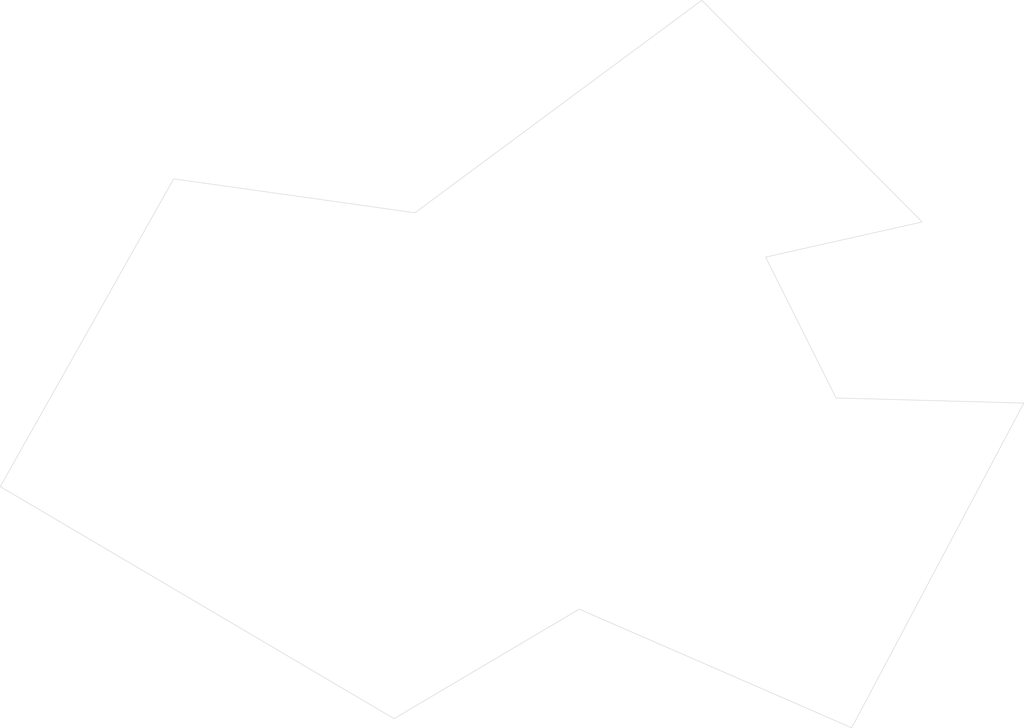
<source format=kicad_pcb>
(kicad_pcb
	(version 20241229)
	(generator "pcbnew")
	(generator_version "9.0")
	(general
		(thickness 1.6)
		(legacy_teardrops no)
	)
	(paper "A4")
	(layers
		(0 "F.Cu" signal)
		(2 "B.Cu" signal)
		(9 "F.Adhes" user "F.Adhesive")
		(11 "B.Adhes" user "B.Adhesive")
		(13 "F.Paste" user)
		(15 "B.Paste" user)
		(5 "F.SilkS" user "F.Silkscreen")
		(7 "B.SilkS" user "B.Silkscreen")
		(1 "F.Mask" user)
		(3 "B.Mask" user)
		(17 "Dwgs.User" user "User.Drawings")
		(19 "Cmts.User" user "User.Comments")
		(21 "Eco1.User" user "User.Eco1")
		(23 "Eco2.User" user "User.Eco2")
		(25 "Edge.Cuts" user)
		(27 "Margin" user)
		(31 "F.CrtYd" user "F.Courtyard")
		(29 "B.CrtYd" user "B.Courtyard")
		(35 "F.Fab" user)
		(33 "B.Fab" user)
		(39 "User.1" user)
		(41 "User.2" user)
		(43 "User.3" user)
		(45 "User.4" user)
		(47 "User.5" user)
		(49 "User.6" user)
		(51 "User.7" user)
		(53 "User.8" user)
		(55 "User.9" user)
	)
	(setup
		(pad_to_mask_clearance 0)
		(allow_soldermask_bridges_in_footprints no)
		(tenting front back)
		(pcbplotparams
			(layerselection 0x00000000_00000000_55555555_5755f5ff)
			(plot_on_all_layers_selection 0x00000000_00000000_00000000_00000000)
			(disableapertmacros no)
			(usegerberextensions no)
			(usegerberattributes yes)
			(usegerberadvancedattributes yes)
			(creategerberjobfile yes)
			(dashed_line_dash_ratio 12.000000)
			(dashed_line_gap_ratio 3.000000)
			(svgprecision 4)
			(plotframeref no)
			(mode 1)
			(useauxorigin no)
			(hpglpennumber 1)
			(hpglpenspeed 20)
			(hpglpendiameter 15.000000)
			(pdf_front_fp_property_popups yes)
			(pdf_back_fp_property_popups yes)
			(pdf_metadata yes)
			(pdf_single_document no)
			(dxfpolygonmode yes)
			(dxfimperialunits yes)
			(dxfusepcbnewfont yes)
			(psnegative no)
			(psa4output no)
			(plot_black_and_white yes)
			(sketchpadsonfab no)
			(plotpadnumbers no)
			(hidednponfab no)
			(sketchdnponfab yes)
			(crossoutdnponfab yes)
			(subtractmaskfromsilk no)
			(outputformat 1)
			(mirror no)
			(drillshape 1)
			(scaleselection 1)
			(outputdirectory "")
		)
	)
	(net 0 "")
	(gr_poly
		(pts
			(xy 131.75 95.61) (xy 138.6 109.31) (xy 156.86 109.81) (xy 140.12 141.39) (xy 113.62 129.85) (xy 95.61 140.5)
			(xy 57.31 117.93) (xy 74.18 88) (xy 97.64 91.3) (xy 125.54 70.63) (xy 146.97 92.19)
		)
		(stroke
			(width 0.05)
			(type solid)
		)
		(fill no)
		(layer "Edge.Cuts")
		(uuid "cfe1ea13-92d8-430f-9189-bce288e3f44d")
	)
	(embedded_fonts no)
)

</source>
